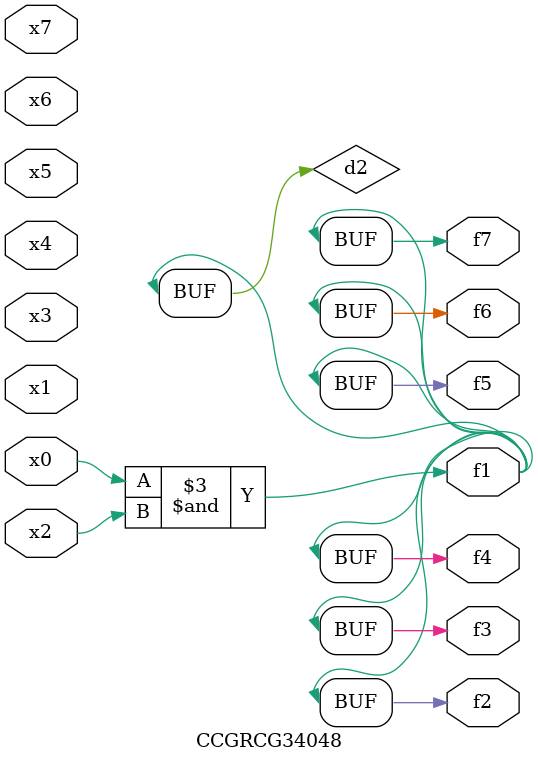
<source format=v>
module CCGRCG34048(
	input x0, x1, x2, x3, x4, x5, x6, x7,
	output f1, f2, f3, f4, f5, f6, f7
);

	wire d1, d2;

	nor (d1, x3, x6);
	and (d2, x0, x2);
	assign f1 = d2;
	assign f2 = d2;
	assign f3 = d2;
	assign f4 = d2;
	assign f5 = d2;
	assign f6 = d2;
	assign f7 = d2;
endmodule

</source>
